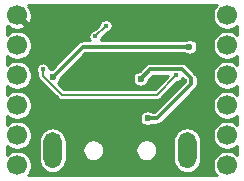
<source format=gbr>
G04 #@! TF.GenerationSoftware,KiCad,Pcbnew,(5.1.9-0-10_14)*
G04 #@! TF.CreationDate,2021-02-12T10:42:39+01:00*
G04 #@! TF.ProjectId,l0_USBA,6c305f55-5342-4412-9e6b-696361645f70,rev?*
G04 #@! TF.SameCoordinates,Original*
G04 #@! TF.FileFunction,Copper,L2,Bot*
G04 #@! TF.FilePolarity,Positive*
%FSLAX46Y46*%
G04 Gerber Fmt 4.6, Leading zero omitted, Abs format (unit mm)*
G04 Created by KiCad (PCBNEW (5.1.9-0-10_14)) date 2021-02-12 10:42:39*
%MOMM*%
%LPD*%
G01*
G04 APERTURE LIST*
G04 #@! TA.AperFunction,ComponentPad*
%ADD10C,1.700000*%
G04 #@! TD*
G04 #@! TA.AperFunction,ViaPad*
%ADD11C,0.400000*%
G04 #@! TD*
G04 #@! TA.AperFunction,ViaPad*
%ADD12C,0.600000*%
G04 #@! TD*
G04 #@! TA.AperFunction,Conductor*
%ADD13C,0.150000*%
G04 #@! TD*
G04 #@! TA.AperFunction,Conductor*
%ADD14C,0.300000*%
G04 #@! TD*
G04 #@! TA.AperFunction,Conductor*
%ADD15C,0.254000*%
G04 #@! TD*
G04 #@! TA.AperFunction,Conductor*
%ADD16C,0.100000*%
G04 #@! TD*
G04 APERTURE END LIST*
G04 #@! TA.AperFunction,WasherPad*
G36*
G01*
X97700000Y-119500000D02*
X97700000Y-118000000D01*
G75*
G02*
X98500000Y-117200000I800000J0D01*
G01*
X98500000Y-117200000D01*
G75*
G02*
X99300000Y-118000000I0J-800000D01*
G01*
X99300000Y-119500000D01*
G75*
G02*
X98500000Y-120300000I-800000J0D01*
G01*
X98500000Y-120300000D01*
G75*
G02*
X97700000Y-119500000I0J800000D01*
G01*
G37*
G04 #@! TD.AperFunction*
G04 #@! TA.AperFunction,WasherPad*
G36*
G01*
X86300000Y-119500000D02*
X86300000Y-118000000D01*
G75*
G02*
X87100000Y-117200000I800000J0D01*
G01*
X87100000Y-117200000D01*
G75*
G02*
X87900000Y-118000000I0J-800000D01*
G01*
X87900000Y-119500000D01*
G75*
G02*
X87100000Y-120300000I-800000J0D01*
G01*
X87100000Y-120300000D01*
G75*
G02*
X86300000Y-119500000I0J800000D01*
G01*
G37*
G04 #@! TD.AperFunction*
D10*
X101887500Y-109865000D03*
X101887500Y-107325000D03*
X101887500Y-117485000D03*
X101887500Y-112405000D03*
X101887500Y-120025000D03*
X84112500Y-107325000D03*
X84112500Y-117485000D03*
X84112500Y-112405000D03*
X101887500Y-114945000D03*
X84112500Y-114945000D03*
X84112500Y-120025000D03*
X84112500Y-109865000D03*
D11*
X85812500Y-117993000D03*
X96693000Y-112654000D03*
X91732500Y-107325000D03*
X98344000Y-112908000D03*
X90300000Y-115100000D03*
X85390000Y-109352000D03*
X90978000Y-111130000D03*
X88565000Y-109225000D03*
X95042000Y-108209000D03*
X98150000Y-115600000D03*
X91613000Y-108209000D03*
X90724000Y-109098000D03*
D12*
X87114478Y-112527000D03*
X98691000Y-109988000D03*
D11*
X86279000Y-111892000D03*
X97582000Y-112400000D03*
D12*
X95150000Y-116050000D03*
X94553999Y-112696001D03*
D13*
X91613000Y-108209000D02*
X90724000Y-109098000D01*
D14*
X89653478Y-109988000D02*
X98691000Y-109988000D01*
X87114478Y-112527000D02*
X89653478Y-109988000D01*
D13*
X86279000Y-112470658D02*
X87859342Y-114051000D01*
X86279000Y-111892000D02*
X86279000Y-112470658D01*
X95931000Y-114051000D02*
X97582000Y-112400000D01*
X87859342Y-114051000D02*
X95931000Y-114051000D01*
D14*
X98844001Y-113148001D02*
X95942002Y-116050000D01*
X98844001Y-112667999D02*
X98844001Y-113148001D01*
X98076001Y-111899999D02*
X98844001Y-112667999D01*
X95942002Y-116050000D02*
X95150000Y-116050000D01*
X95350001Y-111899999D02*
X98076001Y-111899999D01*
X94553999Y-112696001D02*
X95350001Y-111899999D01*
D15*
X100931320Y-106540283D02*
X100796602Y-106741903D01*
X100703807Y-106965931D01*
X100656500Y-107203757D01*
X100656500Y-107446243D01*
X100703807Y-107684069D01*
X100796602Y-107908097D01*
X100931320Y-108109717D01*
X101102783Y-108281180D01*
X101304403Y-108415898D01*
X101528431Y-108508693D01*
X101766257Y-108556000D01*
X102008743Y-108556000D01*
X102246569Y-108508693D01*
X102470597Y-108415898D01*
X102672217Y-108281180D01*
X102720433Y-108232964D01*
X102720908Y-108957511D01*
X102672217Y-108908820D01*
X102470597Y-108774102D01*
X102246569Y-108681307D01*
X102008743Y-108634000D01*
X101766257Y-108634000D01*
X101528431Y-108681307D01*
X101304403Y-108774102D01*
X101102783Y-108908820D01*
X100931320Y-109080283D01*
X100796602Y-109281903D01*
X100703807Y-109505931D01*
X100656500Y-109743757D01*
X100656500Y-109986243D01*
X100703807Y-110224069D01*
X100796602Y-110448097D01*
X100931320Y-110649717D01*
X101102783Y-110821180D01*
X101304403Y-110955898D01*
X101528431Y-111048693D01*
X101766257Y-111096000D01*
X102008743Y-111096000D01*
X102246569Y-111048693D01*
X102470597Y-110955898D01*
X102672217Y-110821180D01*
X102722097Y-110771300D01*
X102722575Y-111499178D01*
X102672217Y-111448820D01*
X102470597Y-111314102D01*
X102246569Y-111221307D01*
X102008743Y-111174000D01*
X101766257Y-111174000D01*
X101528431Y-111221307D01*
X101304403Y-111314102D01*
X101102783Y-111448820D01*
X100931320Y-111620283D01*
X100796602Y-111821903D01*
X100703807Y-112045931D01*
X100656500Y-112283757D01*
X100656500Y-112526243D01*
X100703807Y-112764069D01*
X100796602Y-112988097D01*
X100931320Y-113189717D01*
X101102783Y-113361180D01*
X101304403Y-113495898D01*
X101528431Y-113588693D01*
X101766257Y-113636000D01*
X102008743Y-113636000D01*
X102246569Y-113588693D01*
X102470597Y-113495898D01*
X102672217Y-113361180D01*
X102723762Y-113309635D01*
X102724242Y-114040845D01*
X102672217Y-113988820D01*
X102470597Y-113854102D01*
X102246569Y-113761307D01*
X102008743Y-113714000D01*
X101766257Y-113714000D01*
X101528431Y-113761307D01*
X101304403Y-113854102D01*
X101102783Y-113988820D01*
X100931320Y-114160283D01*
X100796602Y-114361903D01*
X100703807Y-114585931D01*
X100656500Y-114823757D01*
X100656500Y-115066243D01*
X100703807Y-115304069D01*
X100796602Y-115528097D01*
X100931320Y-115729717D01*
X101102783Y-115901180D01*
X101304403Y-116035898D01*
X101528431Y-116128693D01*
X101766257Y-116176000D01*
X102008743Y-116176000D01*
X102246569Y-116128693D01*
X102470597Y-116035898D01*
X102672217Y-115901180D01*
X102725427Y-115847970D01*
X102725909Y-116582512D01*
X102672217Y-116528820D01*
X102470597Y-116394102D01*
X102246569Y-116301307D01*
X102008743Y-116254000D01*
X101766257Y-116254000D01*
X101528431Y-116301307D01*
X101304403Y-116394102D01*
X101102783Y-116528820D01*
X100931320Y-116700283D01*
X100796602Y-116901903D01*
X100703807Y-117125931D01*
X100656500Y-117363757D01*
X100656500Y-117606243D01*
X100703807Y-117844069D01*
X100796602Y-118068097D01*
X100931320Y-118269717D01*
X101102783Y-118441180D01*
X101304403Y-118575898D01*
X101528431Y-118668693D01*
X101766257Y-118716000D01*
X102008743Y-118716000D01*
X102246569Y-118668693D01*
X102470597Y-118575898D01*
X102672217Y-118441180D01*
X102727092Y-118386305D01*
X102727576Y-119124179D01*
X102672217Y-119068820D01*
X102470597Y-118934102D01*
X102246569Y-118841307D01*
X102008743Y-118794000D01*
X101766257Y-118794000D01*
X101528431Y-118841307D01*
X101304403Y-118934102D01*
X101102783Y-119068820D01*
X100931320Y-119240283D01*
X100796602Y-119441903D01*
X100703807Y-119665931D01*
X100656500Y-119903757D01*
X100656500Y-120146243D01*
X100703807Y-120384069D01*
X100796602Y-120608097D01*
X100931320Y-120809717D01*
X100985603Y-120864000D01*
X85014397Y-120864000D01*
X85068680Y-120809717D01*
X85203398Y-120608097D01*
X85296193Y-120384069D01*
X85343500Y-120146243D01*
X85343500Y-119903757D01*
X85296193Y-119665931D01*
X85203398Y-119441903D01*
X85068680Y-119240283D01*
X84897217Y-119068820D01*
X84695597Y-118934102D01*
X84471569Y-118841307D01*
X84233743Y-118794000D01*
X83991257Y-118794000D01*
X83753431Y-118841307D01*
X83529403Y-118934102D01*
X83327783Y-119068820D01*
X83272424Y-119124179D01*
X83272908Y-118386305D01*
X83327783Y-118441180D01*
X83529403Y-118575898D01*
X83753431Y-118668693D01*
X83991257Y-118716000D01*
X84233743Y-118716000D01*
X84471569Y-118668693D01*
X84695597Y-118575898D01*
X84897217Y-118441180D01*
X85068680Y-118269717D01*
X85203398Y-118068097D01*
X85231604Y-118000000D01*
X85917156Y-118000000D01*
X85917156Y-119500000D01*
X85939884Y-119730761D01*
X86007195Y-119952654D01*
X86116501Y-120157152D01*
X86263603Y-120336396D01*
X86442847Y-120483498D01*
X86647345Y-120592804D01*
X86869238Y-120660115D01*
X87099999Y-120682843D01*
X87100001Y-120682843D01*
X87330762Y-120660115D01*
X87552655Y-120592804D01*
X87757153Y-120483498D01*
X87936397Y-120336396D01*
X88083499Y-120157152D01*
X88192805Y-119952654D01*
X88260116Y-119730761D01*
X88282844Y-119500000D01*
X88282844Y-118658304D01*
X89619000Y-118658304D01*
X89619000Y-118841696D01*
X89654778Y-119021563D01*
X89724958Y-119190994D01*
X89826845Y-119343478D01*
X89956522Y-119473155D01*
X90109006Y-119575042D01*
X90278437Y-119645222D01*
X90458304Y-119681000D01*
X90641696Y-119681000D01*
X90821563Y-119645222D01*
X90990994Y-119575042D01*
X91143478Y-119473155D01*
X91273155Y-119343478D01*
X91375042Y-119190994D01*
X91445222Y-119021563D01*
X91481000Y-118841696D01*
X91481000Y-118658304D01*
X94119000Y-118658304D01*
X94119000Y-118841696D01*
X94154778Y-119021563D01*
X94224958Y-119190994D01*
X94326845Y-119343478D01*
X94456522Y-119473155D01*
X94609006Y-119575042D01*
X94778437Y-119645222D01*
X94958304Y-119681000D01*
X95141696Y-119681000D01*
X95321563Y-119645222D01*
X95490994Y-119575042D01*
X95643478Y-119473155D01*
X95773155Y-119343478D01*
X95875042Y-119190994D01*
X95945222Y-119021563D01*
X95981000Y-118841696D01*
X95981000Y-118658304D01*
X95945222Y-118478437D01*
X95875042Y-118309006D01*
X95773155Y-118156522D01*
X95643478Y-118026845D01*
X95603302Y-118000000D01*
X97317156Y-118000000D01*
X97317156Y-119500000D01*
X97339884Y-119730761D01*
X97407195Y-119952654D01*
X97516501Y-120157152D01*
X97663603Y-120336396D01*
X97842847Y-120483498D01*
X98047345Y-120592804D01*
X98269238Y-120660115D01*
X98499999Y-120682843D01*
X98500001Y-120682843D01*
X98730762Y-120660115D01*
X98952655Y-120592804D01*
X99157153Y-120483498D01*
X99336397Y-120336396D01*
X99483499Y-120157152D01*
X99592805Y-119952654D01*
X99660116Y-119730761D01*
X99682844Y-119500000D01*
X99682844Y-118000000D01*
X99660116Y-117769239D01*
X99592805Y-117547346D01*
X99483499Y-117342848D01*
X99336397Y-117163604D01*
X99157153Y-117016502D01*
X98952655Y-116907196D01*
X98730762Y-116839885D01*
X98500001Y-116817157D01*
X98499999Y-116817157D01*
X98269238Y-116839885D01*
X98047345Y-116907196D01*
X97842847Y-117016502D01*
X97663603Y-117163604D01*
X97516501Y-117342848D01*
X97407195Y-117547346D01*
X97339884Y-117769239D01*
X97317156Y-118000000D01*
X95603302Y-118000000D01*
X95490994Y-117924958D01*
X95321563Y-117854778D01*
X95141696Y-117819000D01*
X94958304Y-117819000D01*
X94778437Y-117854778D01*
X94609006Y-117924958D01*
X94456522Y-118026845D01*
X94326845Y-118156522D01*
X94224958Y-118309006D01*
X94154778Y-118478437D01*
X94119000Y-118658304D01*
X91481000Y-118658304D01*
X91445222Y-118478437D01*
X91375042Y-118309006D01*
X91273155Y-118156522D01*
X91143478Y-118026845D01*
X90990994Y-117924958D01*
X90821563Y-117854778D01*
X90641696Y-117819000D01*
X90458304Y-117819000D01*
X90278437Y-117854778D01*
X90109006Y-117924958D01*
X89956522Y-118026845D01*
X89826845Y-118156522D01*
X89724958Y-118309006D01*
X89654778Y-118478437D01*
X89619000Y-118658304D01*
X88282844Y-118658304D01*
X88282844Y-118000000D01*
X88260116Y-117769239D01*
X88192805Y-117547346D01*
X88083499Y-117342848D01*
X87936397Y-117163604D01*
X87757153Y-117016502D01*
X87552655Y-116907196D01*
X87330762Y-116839885D01*
X87100001Y-116817157D01*
X87099999Y-116817157D01*
X86869238Y-116839885D01*
X86647345Y-116907196D01*
X86442847Y-117016502D01*
X86263603Y-117163604D01*
X86116501Y-117342848D01*
X86007195Y-117547346D01*
X85939884Y-117769239D01*
X85917156Y-118000000D01*
X85231604Y-118000000D01*
X85296193Y-117844069D01*
X85343500Y-117606243D01*
X85343500Y-117363757D01*
X85296193Y-117125931D01*
X85203398Y-116901903D01*
X85068680Y-116700283D01*
X84897217Y-116528820D01*
X84695597Y-116394102D01*
X84471569Y-116301307D01*
X84233743Y-116254000D01*
X83991257Y-116254000D01*
X83753431Y-116301307D01*
X83529403Y-116394102D01*
X83327783Y-116528820D01*
X83274091Y-116582512D01*
X83274573Y-115847970D01*
X83327783Y-115901180D01*
X83529403Y-116035898D01*
X83753431Y-116128693D01*
X83991257Y-116176000D01*
X84233743Y-116176000D01*
X84471569Y-116128693D01*
X84695597Y-116035898D01*
X84897217Y-115901180D01*
X85068680Y-115729717D01*
X85203398Y-115528097D01*
X85296193Y-115304069D01*
X85343500Y-115066243D01*
X85343500Y-114823757D01*
X85296193Y-114585931D01*
X85203398Y-114361903D01*
X85068680Y-114160283D01*
X84897217Y-113988820D01*
X84695597Y-113854102D01*
X84471569Y-113761307D01*
X84233743Y-113714000D01*
X83991257Y-113714000D01*
X83753431Y-113761307D01*
X83529403Y-113854102D01*
X83327783Y-113988820D01*
X83275758Y-114040845D01*
X83276238Y-113309635D01*
X83327783Y-113361180D01*
X83529403Y-113495898D01*
X83753431Y-113588693D01*
X83991257Y-113636000D01*
X84233743Y-113636000D01*
X84471569Y-113588693D01*
X84695597Y-113495898D01*
X84897217Y-113361180D01*
X85068680Y-113189717D01*
X85203398Y-112988097D01*
X85296193Y-112764069D01*
X85343500Y-112526243D01*
X85343500Y-112283757D01*
X85296193Y-112045931D01*
X85208731Y-111834777D01*
X85698000Y-111834777D01*
X85698000Y-111949223D01*
X85720328Y-112061471D01*
X85764125Y-112167207D01*
X85823001Y-112255321D01*
X85823001Y-112448253D01*
X85820794Y-112470658D01*
X85826269Y-112526243D01*
X85829599Y-112560050D01*
X85830769Y-112563906D01*
X85855673Y-112646005D01*
X85898016Y-112725223D01*
X85935347Y-112770711D01*
X85955000Y-112794659D01*
X85972398Y-112808937D01*
X87521063Y-114357603D01*
X87535341Y-114375001D01*
X87604776Y-114431984D01*
X87683994Y-114474327D01*
X87769950Y-114500402D01*
X87836943Y-114507000D01*
X87836945Y-114507000D01*
X87859341Y-114509206D01*
X87881737Y-114507000D01*
X95908604Y-114507000D01*
X95931000Y-114509206D01*
X95953396Y-114507000D01*
X95953399Y-114507000D01*
X96020392Y-114500402D01*
X96106348Y-114474327D01*
X96185566Y-114431984D01*
X96255001Y-114375001D01*
X96269283Y-114357598D01*
X97647534Y-112979347D01*
X97751471Y-112958672D01*
X97857207Y-112914875D01*
X97952366Y-112851292D01*
X98033292Y-112770366D01*
X98096875Y-112675207D01*
X98097867Y-112672812D01*
X98313001Y-112887946D01*
X98313001Y-112928054D01*
X95722056Y-115519000D01*
X95581069Y-115519000D01*
X95472574Y-115446506D01*
X95348640Y-115395171D01*
X95217073Y-115369000D01*
X95082927Y-115369000D01*
X94951360Y-115395171D01*
X94827426Y-115446506D01*
X94715888Y-115521033D01*
X94621033Y-115615888D01*
X94546506Y-115727426D01*
X94495171Y-115851360D01*
X94469000Y-115982927D01*
X94469000Y-116117073D01*
X94495171Y-116248640D01*
X94546506Y-116372574D01*
X94621033Y-116484112D01*
X94715888Y-116578967D01*
X94827426Y-116653494D01*
X94951360Y-116704829D01*
X95082927Y-116731000D01*
X95217073Y-116731000D01*
X95348640Y-116704829D01*
X95472574Y-116653494D01*
X95581069Y-116581000D01*
X95915928Y-116581000D01*
X95942002Y-116583568D01*
X95968076Y-116581000D01*
X95968086Y-116581000D01*
X96046096Y-116573317D01*
X96146190Y-116542953D01*
X96238437Y-116493646D01*
X96319292Y-116427290D01*
X96335923Y-116407025D01*
X99201031Y-113541918D01*
X99221291Y-113525291D01*
X99245413Y-113495898D01*
X99287647Y-113444437D01*
X99304822Y-113412305D01*
X99336954Y-113352189D01*
X99367318Y-113252095D01*
X99375001Y-113174084D01*
X99375001Y-113174076D01*
X99377569Y-113148002D01*
X99375001Y-113121928D01*
X99375001Y-112694072D01*
X99377569Y-112667998D01*
X99375001Y-112641924D01*
X99375001Y-112641915D01*
X99367318Y-112563905D01*
X99336954Y-112463811D01*
X99315309Y-112423316D01*
X99287647Y-112371563D01*
X99237918Y-112310969D01*
X99221291Y-112290709D01*
X99201031Y-112274082D01*
X98469922Y-111542974D01*
X98453291Y-111522709D01*
X98372436Y-111456353D01*
X98280189Y-111407046D01*
X98180095Y-111376682D01*
X98102085Y-111368999D01*
X98102075Y-111368999D01*
X98076001Y-111366431D01*
X98049927Y-111368999D01*
X95376075Y-111368999D01*
X95350001Y-111366431D01*
X95323927Y-111368999D01*
X95323917Y-111368999D01*
X95245907Y-111376682D01*
X95145813Y-111407046D01*
X95053565Y-111456353D01*
X94992971Y-111506082D01*
X94972711Y-111522709D01*
X94956084Y-111542969D01*
X94483339Y-112015714D01*
X94355359Y-112041172D01*
X94231425Y-112092507D01*
X94119887Y-112167034D01*
X94025032Y-112261889D01*
X93950505Y-112373427D01*
X93899170Y-112497361D01*
X93872999Y-112628928D01*
X93872999Y-112763074D01*
X93899170Y-112894641D01*
X93950505Y-113018575D01*
X94025032Y-113130113D01*
X94119887Y-113224968D01*
X94231425Y-113299495D01*
X94355359Y-113350830D01*
X94486926Y-113377001D01*
X94621072Y-113377001D01*
X94752639Y-113350830D01*
X94876573Y-113299495D01*
X94988111Y-113224968D01*
X95082966Y-113130113D01*
X95157493Y-113018575D01*
X95208828Y-112894641D01*
X95234286Y-112766661D01*
X95569948Y-112430999D01*
X96906120Y-112430999D01*
X95742119Y-113595000D01*
X88048224Y-113595000D01*
X87524972Y-113071748D01*
X87548590Y-113055967D01*
X87643445Y-112961112D01*
X87717972Y-112849574D01*
X87769307Y-112725640D01*
X87794765Y-112597660D01*
X89873425Y-110519000D01*
X98259931Y-110519000D01*
X98368426Y-110591494D01*
X98492360Y-110642829D01*
X98623927Y-110669000D01*
X98758073Y-110669000D01*
X98889640Y-110642829D01*
X99013574Y-110591494D01*
X99125112Y-110516967D01*
X99219967Y-110422112D01*
X99294494Y-110310574D01*
X99345829Y-110186640D01*
X99372000Y-110055073D01*
X99372000Y-109920927D01*
X99345829Y-109789360D01*
X99294494Y-109665426D01*
X99219967Y-109553888D01*
X99125112Y-109459033D01*
X99013574Y-109384506D01*
X98889640Y-109333171D01*
X98758073Y-109307000D01*
X98623927Y-109307000D01*
X98492360Y-109333171D01*
X98368426Y-109384506D01*
X98259931Y-109457000D01*
X91182886Y-109457000D01*
X91238875Y-109373207D01*
X91282672Y-109267471D01*
X91303347Y-109163535D01*
X91678535Y-108788347D01*
X91782471Y-108767672D01*
X91888207Y-108723875D01*
X91983366Y-108660292D01*
X92064292Y-108579366D01*
X92127875Y-108484207D01*
X92171672Y-108378471D01*
X92194000Y-108266223D01*
X92194000Y-108151777D01*
X92171672Y-108039529D01*
X92127875Y-107933793D01*
X92064292Y-107838634D01*
X91983366Y-107757708D01*
X91888207Y-107694125D01*
X91782471Y-107650328D01*
X91670223Y-107628000D01*
X91555777Y-107628000D01*
X91443529Y-107650328D01*
X91337793Y-107694125D01*
X91242634Y-107757708D01*
X91161708Y-107838634D01*
X91098125Y-107933793D01*
X91054328Y-108039529D01*
X91033653Y-108143465D01*
X90658465Y-108518653D01*
X90554529Y-108539328D01*
X90448793Y-108583125D01*
X90353634Y-108646708D01*
X90272708Y-108727634D01*
X90209125Y-108822793D01*
X90165328Y-108928529D01*
X90143000Y-109040777D01*
X90143000Y-109155223D01*
X90165328Y-109267471D01*
X90209125Y-109373207D01*
X90265114Y-109457000D01*
X89679551Y-109457000D01*
X89653477Y-109454432D01*
X89627403Y-109457000D01*
X89627394Y-109457000D01*
X89549384Y-109464683D01*
X89449290Y-109495047D01*
X89400124Y-109521327D01*
X89357042Y-109544354D01*
X89342601Y-109556206D01*
X89276188Y-109610710D01*
X89259561Y-109630970D01*
X87043818Y-111846713D01*
X86915838Y-111872171D01*
X86860000Y-111895300D01*
X86860000Y-111834777D01*
X86837672Y-111722529D01*
X86793875Y-111616793D01*
X86730292Y-111521634D01*
X86649366Y-111440708D01*
X86554207Y-111377125D01*
X86448471Y-111333328D01*
X86336223Y-111311000D01*
X86221777Y-111311000D01*
X86109529Y-111333328D01*
X86003793Y-111377125D01*
X85908634Y-111440708D01*
X85827708Y-111521634D01*
X85764125Y-111616793D01*
X85720328Y-111722529D01*
X85698000Y-111834777D01*
X85208731Y-111834777D01*
X85203398Y-111821903D01*
X85068680Y-111620283D01*
X84897217Y-111448820D01*
X84695597Y-111314102D01*
X84471569Y-111221307D01*
X84233743Y-111174000D01*
X83991257Y-111174000D01*
X83753431Y-111221307D01*
X83529403Y-111314102D01*
X83327783Y-111448820D01*
X83277425Y-111499178D01*
X83277903Y-110771300D01*
X83327783Y-110821180D01*
X83529403Y-110955898D01*
X83753431Y-111048693D01*
X83991257Y-111096000D01*
X84233743Y-111096000D01*
X84471569Y-111048693D01*
X84695597Y-110955898D01*
X84897217Y-110821180D01*
X85068680Y-110649717D01*
X85203398Y-110448097D01*
X85296193Y-110224069D01*
X85343500Y-109986243D01*
X85343500Y-109743757D01*
X85296193Y-109505931D01*
X85203398Y-109281903D01*
X85068680Y-109080283D01*
X84897217Y-108908820D01*
X84695597Y-108774102D01*
X84471569Y-108681307D01*
X84233743Y-108634000D01*
X83991257Y-108634000D01*
X83753431Y-108681307D01*
X83529403Y-108774102D01*
X83327783Y-108908820D01*
X83279092Y-108957511D01*
X83279563Y-108240515D01*
X83328078Y-108289030D01*
X83400006Y-108217102D01*
X83492023Y-108395078D01*
X83712707Y-108495566D01*
X83948755Y-108551069D01*
X84191096Y-108559456D01*
X84430417Y-108520402D01*
X84657520Y-108435411D01*
X84732977Y-108395078D01*
X84824995Y-108217100D01*
X84112500Y-107504605D01*
X84098358Y-107518748D01*
X83918753Y-107339143D01*
X83932895Y-107325000D01*
X83918753Y-107310858D01*
X84098358Y-107131253D01*
X84112500Y-107145395D01*
X84126643Y-107131253D01*
X84306248Y-107310858D01*
X84292105Y-107325000D01*
X85004600Y-108037495D01*
X85182578Y-107945477D01*
X85283066Y-107724793D01*
X85338569Y-107488745D01*
X85346956Y-107246404D01*
X85307902Y-107007083D01*
X85222911Y-106779980D01*
X85182578Y-106704523D01*
X85004602Y-106612506D01*
X85076530Y-106540578D01*
X85016952Y-106481000D01*
X100990603Y-106481000D01*
X100931320Y-106540283D01*
G04 #@! TA.AperFunction,Conductor*
D16*
G36*
X100931320Y-106540283D02*
G01*
X100796602Y-106741903D01*
X100703807Y-106965931D01*
X100656500Y-107203757D01*
X100656500Y-107446243D01*
X100703807Y-107684069D01*
X100796602Y-107908097D01*
X100931320Y-108109717D01*
X101102783Y-108281180D01*
X101304403Y-108415898D01*
X101528431Y-108508693D01*
X101766257Y-108556000D01*
X102008743Y-108556000D01*
X102246569Y-108508693D01*
X102470597Y-108415898D01*
X102672217Y-108281180D01*
X102720433Y-108232964D01*
X102720908Y-108957511D01*
X102672217Y-108908820D01*
X102470597Y-108774102D01*
X102246569Y-108681307D01*
X102008743Y-108634000D01*
X101766257Y-108634000D01*
X101528431Y-108681307D01*
X101304403Y-108774102D01*
X101102783Y-108908820D01*
X100931320Y-109080283D01*
X100796602Y-109281903D01*
X100703807Y-109505931D01*
X100656500Y-109743757D01*
X100656500Y-109986243D01*
X100703807Y-110224069D01*
X100796602Y-110448097D01*
X100931320Y-110649717D01*
X101102783Y-110821180D01*
X101304403Y-110955898D01*
X101528431Y-111048693D01*
X101766257Y-111096000D01*
X102008743Y-111096000D01*
X102246569Y-111048693D01*
X102470597Y-110955898D01*
X102672217Y-110821180D01*
X102722097Y-110771300D01*
X102722575Y-111499178D01*
X102672217Y-111448820D01*
X102470597Y-111314102D01*
X102246569Y-111221307D01*
X102008743Y-111174000D01*
X101766257Y-111174000D01*
X101528431Y-111221307D01*
X101304403Y-111314102D01*
X101102783Y-111448820D01*
X100931320Y-111620283D01*
X100796602Y-111821903D01*
X100703807Y-112045931D01*
X100656500Y-112283757D01*
X100656500Y-112526243D01*
X100703807Y-112764069D01*
X100796602Y-112988097D01*
X100931320Y-113189717D01*
X101102783Y-113361180D01*
X101304403Y-113495898D01*
X101528431Y-113588693D01*
X101766257Y-113636000D01*
X102008743Y-113636000D01*
X102246569Y-113588693D01*
X102470597Y-113495898D01*
X102672217Y-113361180D01*
X102723762Y-113309635D01*
X102724242Y-114040845D01*
X102672217Y-113988820D01*
X102470597Y-113854102D01*
X102246569Y-113761307D01*
X102008743Y-113714000D01*
X101766257Y-113714000D01*
X101528431Y-113761307D01*
X101304403Y-113854102D01*
X101102783Y-113988820D01*
X100931320Y-114160283D01*
X100796602Y-114361903D01*
X100703807Y-114585931D01*
X100656500Y-114823757D01*
X100656500Y-115066243D01*
X100703807Y-115304069D01*
X100796602Y-115528097D01*
X100931320Y-115729717D01*
X101102783Y-115901180D01*
X101304403Y-116035898D01*
X101528431Y-116128693D01*
X101766257Y-116176000D01*
X102008743Y-116176000D01*
X102246569Y-116128693D01*
X102470597Y-116035898D01*
X102672217Y-115901180D01*
X102725427Y-115847970D01*
X102725909Y-116582512D01*
X102672217Y-116528820D01*
X102470597Y-116394102D01*
X102246569Y-116301307D01*
X102008743Y-116254000D01*
X101766257Y-116254000D01*
X101528431Y-116301307D01*
X101304403Y-116394102D01*
X101102783Y-116528820D01*
X100931320Y-116700283D01*
X100796602Y-116901903D01*
X100703807Y-117125931D01*
X100656500Y-117363757D01*
X100656500Y-117606243D01*
X100703807Y-117844069D01*
X100796602Y-118068097D01*
X100931320Y-118269717D01*
X101102783Y-118441180D01*
X101304403Y-118575898D01*
X101528431Y-118668693D01*
X101766257Y-118716000D01*
X102008743Y-118716000D01*
X102246569Y-118668693D01*
X102470597Y-118575898D01*
X102672217Y-118441180D01*
X102727092Y-118386305D01*
X102727576Y-119124179D01*
X102672217Y-119068820D01*
X102470597Y-118934102D01*
X102246569Y-118841307D01*
X102008743Y-118794000D01*
X101766257Y-118794000D01*
X101528431Y-118841307D01*
X101304403Y-118934102D01*
X101102783Y-119068820D01*
X100931320Y-119240283D01*
X100796602Y-119441903D01*
X100703807Y-119665931D01*
X100656500Y-119903757D01*
X100656500Y-120146243D01*
X100703807Y-120384069D01*
X100796602Y-120608097D01*
X100931320Y-120809717D01*
X100985603Y-120864000D01*
X85014397Y-120864000D01*
X85068680Y-120809717D01*
X85203398Y-120608097D01*
X85296193Y-120384069D01*
X85343500Y-120146243D01*
X85343500Y-119903757D01*
X85296193Y-119665931D01*
X85203398Y-119441903D01*
X85068680Y-119240283D01*
X84897217Y-119068820D01*
X84695597Y-118934102D01*
X84471569Y-118841307D01*
X84233743Y-118794000D01*
X83991257Y-118794000D01*
X83753431Y-118841307D01*
X83529403Y-118934102D01*
X83327783Y-119068820D01*
X83272424Y-119124179D01*
X83272908Y-118386305D01*
X83327783Y-118441180D01*
X83529403Y-118575898D01*
X83753431Y-118668693D01*
X83991257Y-118716000D01*
X84233743Y-118716000D01*
X84471569Y-118668693D01*
X84695597Y-118575898D01*
X84897217Y-118441180D01*
X85068680Y-118269717D01*
X85203398Y-118068097D01*
X85231604Y-118000000D01*
X85917156Y-118000000D01*
X85917156Y-119500000D01*
X85939884Y-119730761D01*
X86007195Y-119952654D01*
X86116501Y-120157152D01*
X86263603Y-120336396D01*
X86442847Y-120483498D01*
X86647345Y-120592804D01*
X86869238Y-120660115D01*
X87099999Y-120682843D01*
X87100001Y-120682843D01*
X87330762Y-120660115D01*
X87552655Y-120592804D01*
X87757153Y-120483498D01*
X87936397Y-120336396D01*
X88083499Y-120157152D01*
X88192805Y-119952654D01*
X88260116Y-119730761D01*
X88282844Y-119500000D01*
X88282844Y-118658304D01*
X89619000Y-118658304D01*
X89619000Y-118841696D01*
X89654778Y-119021563D01*
X89724958Y-119190994D01*
X89826845Y-119343478D01*
X89956522Y-119473155D01*
X90109006Y-119575042D01*
X90278437Y-119645222D01*
X90458304Y-119681000D01*
X90641696Y-119681000D01*
X90821563Y-119645222D01*
X90990994Y-119575042D01*
X91143478Y-119473155D01*
X91273155Y-119343478D01*
X91375042Y-119190994D01*
X91445222Y-119021563D01*
X91481000Y-118841696D01*
X91481000Y-118658304D01*
X94119000Y-118658304D01*
X94119000Y-118841696D01*
X94154778Y-119021563D01*
X94224958Y-119190994D01*
X94326845Y-119343478D01*
X94456522Y-119473155D01*
X94609006Y-119575042D01*
X94778437Y-119645222D01*
X94958304Y-119681000D01*
X95141696Y-119681000D01*
X95321563Y-119645222D01*
X95490994Y-119575042D01*
X95643478Y-119473155D01*
X95773155Y-119343478D01*
X95875042Y-119190994D01*
X95945222Y-119021563D01*
X95981000Y-118841696D01*
X95981000Y-118658304D01*
X95945222Y-118478437D01*
X95875042Y-118309006D01*
X95773155Y-118156522D01*
X95643478Y-118026845D01*
X95603302Y-118000000D01*
X97317156Y-118000000D01*
X97317156Y-119500000D01*
X97339884Y-119730761D01*
X97407195Y-119952654D01*
X97516501Y-120157152D01*
X97663603Y-120336396D01*
X97842847Y-120483498D01*
X98047345Y-120592804D01*
X98269238Y-120660115D01*
X98499999Y-120682843D01*
X98500001Y-120682843D01*
X98730762Y-120660115D01*
X98952655Y-120592804D01*
X99157153Y-120483498D01*
X99336397Y-120336396D01*
X99483499Y-120157152D01*
X99592805Y-119952654D01*
X99660116Y-119730761D01*
X99682844Y-119500000D01*
X99682844Y-118000000D01*
X99660116Y-117769239D01*
X99592805Y-117547346D01*
X99483499Y-117342848D01*
X99336397Y-117163604D01*
X99157153Y-117016502D01*
X98952655Y-116907196D01*
X98730762Y-116839885D01*
X98500001Y-116817157D01*
X98499999Y-116817157D01*
X98269238Y-116839885D01*
X98047345Y-116907196D01*
X97842847Y-117016502D01*
X97663603Y-117163604D01*
X97516501Y-117342848D01*
X97407195Y-117547346D01*
X97339884Y-117769239D01*
X97317156Y-118000000D01*
X95603302Y-118000000D01*
X95490994Y-117924958D01*
X95321563Y-117854778D01*
X95141696Y-117819000D01*
X94958304Y-117819000D01*
X94778437Y-117854778D01*
X94609006Y-117924958D01*
X94456522Y-118026845D01*
X94326845Y-118156522D01*
X94224958Y-118309006D01*
X94154778Y-118478437D01*
X94119000Y-118658304D01*
X91481000Y-118658304D01*
X91445222Y-118478437D01*
X91375042Y-118309006D01*
X91273155Y-118156522D01*
X91143478Y-118026845D01*
X90990994Y-117924958D01*
X90821563Y-117854778D01*
X90641696Y-117819000D01*
X90458304Y-117819000D01*
X90278437Y-117854778D01*
X90109006Y-117924958D01*
X89956522Y-118026845D01*
X89826845Y-118156522D01*
X89724958Y-118309006D01*
X89654778Y-118478437D01*
X89619000Y-118658304D01*
X88282844Y-118658304D01*
X88282844Y-118000000D01*
X88260116Y-117769239D01*
X88192805Y-117547346D01*
X88083499Y-117342848D01*
X87936397Y-117163604D01*
X87757153Y-117016502D01*
X87552655Y-116907196D01*
X87330762Y-116839885D01*
X87100001Y-116817157D01*
X87099999Y-116817157D01*
X86869238Y-116839885D01*
X86647345Y-116907196D01*
X86442847Y-117016502D01*
X86263603Y-117163604D01*
X86116501Y-117342848D01*
X86007195Y-117547346D01*
X85939884Y-117769239D01*
X85917156Y-118000000D01*
X85231604Y-118000000D01*
X85296193Y-117844069D01*
X85343500Y-117606243D01*
X85343500Y-117363757D01*
X85296193Y-117125931D01*
X85203398Y-116901903D01*
X85068680Y-116700283D01*
X84897217Y-116528820D01*
X84695597Y-116394102D01*
X84471569Y-116301307D01*
X84233743Y-116254000D01*
X83991257Y-116254000D01*
X83753431Y-116301307D01*
X83529403Y-116394102D01*
X83327783Y-116528820D01*
X83274091Y-116582512D01*
X83274573Y-115847970D01*
X83327783Y-115901180D01*
X83529403Y-116035898D01*
X83753431Y-116128693D01*
X83991257Y-116176000D01*
X84233743Y-116176000D01*
X84471569Y-116128693D01*
X84695597Y-116035898D01*
X84897217Y-115901180D01*
X85068680Y-115729717D01*
X85203398Y-115528097D01*
X85296193Y-115304069D01*
X85343500Y-115066243D01*
X85343500Y-114823757D01*
X85296193Y-114585931D01*
X85203398Y-114361903D01*
X85068680Y-114160283D01*
X84897217Y-113988820D01*
X84695597Y-113854102D01*
X84471569Y-113761307D01*
X84233743Y-113714000D01*
X83991257Y-113714000D01*
X83753431Y-113761307D01*
X83529403Y-113854102D01*
X83327783Y-113988820D01*
X83275758Y-114040845D01*
X83276238Y-113309635D01*
X83327783Y-113361180D01*
X83529403Y-113495898D01*
X83753431Y-113588693D01*
X83991257Y-113636000D01*
X84233743Y-113636000D01*
X84471569Y-113588693D01*
X84695597Y-113495898D01*
X84897217Y-113361180D01*
X85068680Y-113189717D01*
X85203398Y-112988097D01*
X85296193Y-112764069D01*
X85343500Y-112526243D01*
X85343500Y-112283757D01*
X85296193Y-112045931D01*
X85208731Y-111834777D01*
X85698000Y-111834777D01*
X85698000Y-111949223D01*
X85720328Y-112061471D01*
X85764125Y-112167207D01*
X85823001Y-112255321D01*
X85823001Y-112448253D01*
X85820794Y-112470658D01*
X85826269Y-112526243D01*
X85829599Y-112560050D01*
X85830769Y-112563906D01*
X85855673Y-112646005D01*
X85898016Y-112725223D01*
X85935347Y-112770711D01*
X85955000Y-112794659D01*
X85972398Y-112808937D01*
X87521063Y-114357603D01*
X87535341Y-114375001D01*
X87604776Y-114431984D01*
X87683994Y-114474327D01*
X87769950Y-114500402D01*
X87836943Y-114507000D01*
X87836945Y-114507000D01*
X87859341Y-114509206D01*
X87881737Y-114507000D01*
X95908604Y-114507000D01*
X95931000Y-114509206D01*
X95953396Y-114507000D01*
X95953399Y-114507000D01*
X96020392Y-114500402D01*
X96106348Y-114474327D01*
X96185566Y-114431984D01*
X96255001Y-114375001D01*
X96269283Y-114357598D01*
X97647534Y-112979347D01*
X97751471Y-112958672D01*
X97857207Y-112914875D01*
X97952366Y-112851292D01*
X98033292Y-112770366D01*
X98096875Y-112675207D01*
X98097867Y-112672812D01*
X98313001Y-112887946D01*
X98313001Y-112928054D01*
X95722056Y-115519000D01*
X95581069Y-115519000D01*
X95472574Y-115446506D01*
X95348640Y-115395171D01*
X95217073Y-115369000D01*
X95082927Y-115369000D01*
X94951360Y-115395171D01*
X94827426Y-115446506D01*
X94715888Y-115521033D01*
X94621033Y-115615888D01*
X94546506Y-115727426D01*
X94495171Y-115851360D01*
X94469000Y-115982927D01*
X94469000Y-116117073D01*
X94495171Y-116248640D01*
X94546506Y-116372574D01*
X94621033Y-116484112D01*
X94715888Y-116578967D01*
X94827426Y-116653494D01*
X94951360Y-116704829D01*
X95082927Y-116731000D01*
X95217073Y-116731000D01*
X95348640Y-116704829D01*
X95472574Y-116653494D01*
X95581069Y-116581000D01*
X95915928Y-116581000D01*
X95942002Y-116583568D01*
X95968076Y-116581000D01*
X95968086Y-116581000D01*
X96046096Y-116573317D01*
X96146190Y-116542953D01*
X96238437Y-116493646D01*
X96319292Y-116427290D01*
X96335923Y-116407025D01*
X99201031Y-113541918D01*
X99221291Y-113525291D01*
X99245413Y-113495898D01*
X99287647Y-113444437D01*
X99304822Y-113412305D01*
X99336954Y-113352189D01*
X99367318Y-113252095D01*
X99375001Y-113174084D01*
X99375001Y-113174076D01*
X99377569Y-113148002D01*
X99375001Y-113121928D01*
X99375001Y-112694072D01*
X99377569Y-112667998D01*
X99375001Y-112641924D01*
X99375001Y-112641915D01*
X99367318Y-112563905D01*
X99336954Y-112463811D01*
X99315309Y-112423316D01*
X99287647Y-112371563D01*
X99237918Y-112310969D01*
X99221291Y-112290709D01*
X99201031Y-112274082D01*
X98469922Y-111542974D01*
X98453291Y-111522709D01*
X98372436Y-111456353D01*
X98280189Y-111407046D01*
X98180095Y-111376682D01*
X98102085Y-111368999D01*
X98102075Y-111368999D01*
X98076001Y-111366431D01*
X98049927Y-111368999D01*
X95376075Y-111368999D01*
X95350001Y-111366431D01*
X95323927Y-111368999D01*
X95323917Y-111368999D01*
X95245907Y-111376682D01*
X95145813Y-111407046D01*
X95053565Y-111456353D01*
X94992971Y-111506082D01*
X94972711Y-111522709D01*
X94956084Y-111542969D01*
X94483339Y-112015714D01*
X94355359Y-112041172D01*
X94231425Y-112092507D01*
X94119887Y-112167034D01*
X94025032Y-112261889D01*
X93950505Y-112373427D01*
X93899170Y-112497361D01*
X93872999Y-112628928D01*
X93872999Y-112763074D01*
X93899170Y-112894641D01*
X93950505Y-113018575D01*
X94025032Y-113130113D01*
X94119887Y-113224968D01*
X94231425Y-113299495D01*
X94355359Y-113350830D01*
X94486926Y-113377001D01*
X94621072Y-113377001D01*
X94752639Y-113350830D01*
X94876573Y-113299495D01*
X94988111Y-113224968D01*
X95082966Y-113130113D01*
X95157493Y-113018575D01*
X95208828Y-112894641D01*
X95234286Y-112766661D01*
X95569948Y-112430999D01*
X96906120Y-112430999D01*
X95742119Y-113595000D01*
X88048224Y-113595000D01*
X87524972Y-113071748D01*
X87548590Y-113055967D01*
X87643445Y-112961112D01*
X87717972Y-112849574D01*
X87769307Y-112725640D01*
X87794765Y-112597660D01*
X89873425Y-110519000D01*
X98259931Y-110519000D01*
X98368426Y-110591494D01*
X98492360Y-110642829D01*
X98623927Y-110669000D01*
X98758073Y-110669000D01*
X98889640Y-110642829D01*
X99013574Y-110591494D01*
X99125112Y-110516967D01*
X99219967Y-110422112D01*
X99294494Y-110310574D01*
X99345829Y-110186640D01*
X99372000Y-110055073D01*
X99372000Y-109920927D01*
X99345829Y-109789360D01*
X99294494Y-109665426D01*
X99219967Y-109553888D01*
X99125112Y-109459033D01*
X99013574Y-109384506D01*
X98889640Y-109333171D01*
X98758073Y-109307000D01*
X98623927Y-109307000D01*
X98492360Y-109333171D01*
X98368426Y-109384506D01*
X98259931Y-109457000D01*
X91182886Y-109457000D01*
X91238875Y-109373207D01*
X91282672Y-109267471D01*
X91303347Y-109163535D01*
X91678535Y-108788347D01*
X91782471Y-108767672D01*
X91888207Y-108723875D01*
X91983366Y-108660292D01*
X92064292Y-108579366D01*
X92127875Y-108484207D01*
X92171672Y-108378471D01*
X92194000Y-108266223D01*
X92194000Y-108151777D01*
X92171672Y-108039529D01*
X92127875Y-107933793D01*
X92064292Y-107838634D01*
X91983366Y-107757708D01*
X91888207Y-107694125D01*
X91782471Y-107650328D01*
X91670223Y-107628000D01*
X91555777Y-107628000D01*
X91443529Y-107650328D01*
X91337793Y-107694125D01*
X91242634Y-107757708D01*
X91161708Y-107838634D01*
X91098125Y-107933793D01*
X91054328Y-108039529D01*
X91033653Y-108143465D01*
X90658465Y-108518653D01*
X90554529Y-108539328D01*
X90448793Y-108583125D01*
X90353634Y-108646708D01*
X90272708Y-108727634D01*
X90209125Y-108822793D01*
X90165328Y-108928529D01*
X90143000Y-109040777D01*
X90143000Y-109155223D01*
X90165328Y-109267471D01*
X90209125Y-109373207D01*
X90265114Y-109457000D01*
X89679551Y-109457000D01*
X89653477Y-109454432D01*
X89627403Y-109457000D01*
X89627394Y-109457000D01*
X89549384Y-109464683D01*
X89449290Y-109495047D01*
X89400124Y-109521327D01*
X89357042Y-109544354D01*
X89342601Y-109556206D01*
X89276188Y-109610710D01*
X89259561Y-109630970D01*
X87043818Y-111846713D01*
X86915838Y-111872171D01*
X86860000Y-111895300D01*
X86860000Y-111834777D01*
X86837672Y-111722529D01*
X86793875Y-111616793D01*
X86730292Y-111521634D01*
X86649366Y-111440708D01*
X86554207Y-111377125D01*
X86448471Y-111333328D01*
X86336223Y-111311000D01*
X86221777Y-111311000D01*
X86109529Y-111333328D01*
X86003793Y-111377125D01*
X85908634Y-111440708D01*
X85827708Y-111521634D01*
X85764125Y-111616793D01*
X85720328Y-111722529D01*
X85698000Y-111834777D01*
X85208731Y-111834777D01*
X85203398Y-111821903D01*
X85068680Y-111620283D01*
X84897217Y-111448820D01*
X84695597Y-111314102D01*
X84471569Y-111221307D01*
X84233743Y-111174000D01*
X83991257Y-111174000D01*
X83753431Y-111221307D01*
X83529403Y-111314102D01*
X83327783Y-111448820D01*
X83277425Y-111499178D01*
X83277903Y-110771300D01*
X83327783Y-110821180D01*
X83529403Y-110955898D01*
X83753431Y-111048693D01*
X83991257Y-111096000D01*
X84233743Y-111096000D01*
X84471569Y-111048693D01*
X84695597Y-110955898D01*
X84897217Y-110821180D01*
X85068680Y-110649717D01*
X85203398Y-110448097D01*
X85296193Y-110224069D01*
X85343500Y-109986243D01*
X85343500Y-109743757D01*
X85296193Y-109505931D01*
X85203398Y-109281903D01*
X85068680Y-109080283D01*
X84897217Y-108908820D01*
X84695597Y-108774102D01*
X84471569Y-108681307D01*
X84233743Y-108634000D01*
X83991257Y-108634000D01*
X83753431Y-108681307D01*
X83529403Y-108774102D01*
X83327783Y-108908820D01*
X83279092Y-108957511D01*
X83279563Y-108240515D01*
X83328078Y-108289030D01*
X83400006Y-108217102D01*
X83492023Y-108395078D01*
X83712707Y-108495566D01*
X83948755Y-108551069D01*
X84191096Y-108559456D01*
X84430417Y-108520402D01*
X84657520Y-108435411D01*
X84732977Y-108395078D01*
X84824995Y-108217100D01*
X84112500Y-107504605D01*
X84098358Y-107518748D01*
X83918753Y-107339143D01*
X83932895Y-107325000D01*
X83918753Y-107310858D01*
X84098358Y-107131253D01*
X84112500Y-107145395D01*
X84126643Y-107131253D01*
X84306248Y-107310858D01*
X84292105Y-107325000D01*
X85004600Y-108037495D01*
X85182578Y-107945477D01*
X85283066Y-107724793D01*
X85338569Y-107488745D01*
X85346956Y-107246404D01*
X85307902Y-107007083D01*
X85222911Y-106779980D01*
X85182578Y-106704523D01*
X85004602Y-106612506D01*
X85076530Y-106540578D01*
X85016952Y-106481000D01*
X100990603Y-106481000D01*
X100931320Y-106540283D01*
G37*
G04 #@! TD.AperFunction*
M02*

</source>
